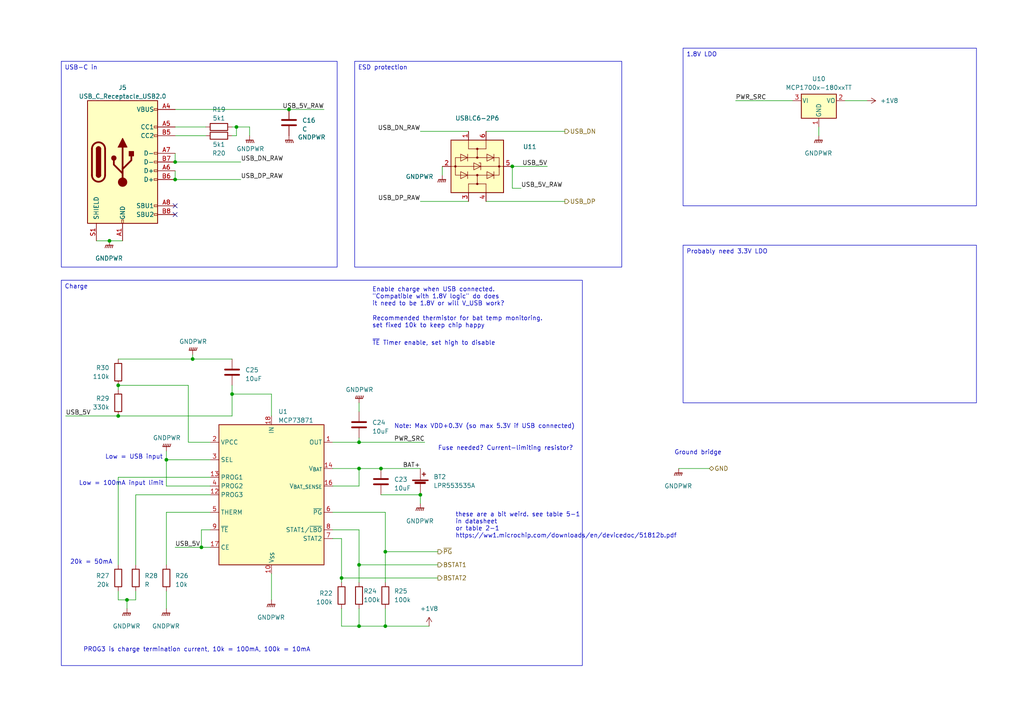
<source format=kicad_sch>
(kicad_sch (version 20230121) (generator eeschema)
  (paper "A4")
  (lib_symbols
    (symbol "Battery_Management:MCP73871"
      (property "Reference" "U" (at -7.62 24.13 0))
      (property "Value" "MCP73871" (at -15.24 21.59 0))
      (symbol "MCP73871_0_1"
        (rectangle (start -15.24 20.32) (end 15.24 -20.32) (stroke (width 0.254)) (fill (type background)))
      )
      (symbol "MCP73871_1_1"
        (pin power_out line (at 17.78 15.24 180) (length 2.54) (name "OUT") (number "1"))
        (pin power_in line (at 0 -22.86 90) (length 2.54) (name "V_{SS}") (number "10"))
        (pin passive line (at 0 -22.86 90) (length 2.54) hide (name "V_{SS}") (number "11"))
        (pin bidirectional line (at -17.78 0 0) (length 2.54) (name "PROG3") (number "12"))
        (pin bidirectional line (at -17.78 5.08 0) (length 2.54) (name "PROG1") (number "13"))
        (pin power_out line (at 17.78 7.62 180) (length 2.54) (name "V_{BAT}") (number "14"))
        (pin passive line (at 17.78 7.62 180) (length 2.54) hide (name "V_{BAT}") (number "15"))
        (pin input line (at 17.78 2.54 180) (length 2.54) (name "V_{BAT_SENSE}") (number "16"))
        (pin input line (at -17.78 -15.24 0) (length 2.54) (name "CE") (number "17"))
        (pin power_in line (at 0 22.86 270) (length 2.54) (name "IN") (number "18"))
        (pin passive line (at 0 22.86 270) (length 2.54) hide (name "IN") (number "19"))
        (pin input line (at -17.78 15.24 0) (length 2.54) (name "VPCC") (number "2"))
        (pin passive line (at 17.78 15.24 180) (length 2.54) hide (name "OUT") (number "20"))
        (pin passive line (at 0 -22.86 90) (length 2.54) hide (name "V_{SS}") (number "21"))
        (pin input line (at -17.78 10.16 0) (length 2.54) (name "SEL") (number "3"))
        (pin input line (at -17.78 2.54 0) (length 2.54) (name "PROG2") (number "4"))
        (pin bidirectional line (at -17.78 -5.08 0) (length 2.54) (name "THERM") (number "5"))
        (pin open_collector line (at 17.78 -5.08 180) (length 2.54) (name "~{PG}") (number "6"))
        (pin open_collector line (at 17.78 -12.7 180) (length 2.54) (name "STAT2") (number "7"))
        (pin open_collector line (at 17.78 -10.16 180) (length 2.54) (name "STAT1/~{LBO}") (number "8"))
        (pin input line (at -17.78 -10.16 0) (length 2.54) (name "~{TE}") (number "9"))
      )
    )
    (symbol "Connector:USB_C_Receptacle_USB2.0" (pin_names (offset 1.016))
      (property "Reference" "J" (at -10.16 19.05 0))
      (property "Value" "USB_C_Receptacle_USB2.0" (at 19.05 19.05 0))
      (symbol "USB_C_Receptacle_USB2.0_0_0"
        (rectangle (start -0.254 -17.78) (end 0.254 -16.764))
        (rectangle (start 10.16 -14.986) (end 9.144 -15.494))
        (rectangle (start 10.16 -12.446) (end 9.144 -12.954))
        (rectangle (start 10.16 -4.826) (end 9.144 -5.334))
        (rectangle (start 10.16 -2.286) (end 9.144 -2.794))
        (rectangle (start 10.16 0.254) (end 9.144 -0.254))
        (rectangle (start 10.16 2.794) (end 9.144 2.286))
        (rectangle (start 10.16 7.874) (end 9.144 7.366))
        (rectangle (start 10.16 10.414) (end 9.144 9.906))
        (rectangle (start 10.16 15.494) (end 9.144 14.986))
      )
      (symbol "USB_C_Receptacle_USB2.0_0_1"
        (rectangle (start -10.16 17.78) (end 10.16 -17.78) (stroke (width 0.254)) (fill (type background)))
        (arc (start -8.89 -3.81) (mid -6.985 -5.7067) (end -5.08 -3.81) (stroke (width 0.508)))
        (arc (start -7.62 -3.81) (mid -6.985 -4.4423) (end -6.35 -3.81) (stroke (width 0.254)))
        (arc (start -7.62 -3.81) (mid -6.985 -4.4423) (end -6.35 -3.81) (stroke (width 0.254)) (fill (type outline)))
        (rectangle (start -7.62 -3.81) (end -6.35 3.81) (stroke (width 0.254)) (fill (type outline)))
        (arc (start -6.35 3.81) (mid -6.985 4.4423) (end -7.62 3.81) (stroke (width 0.254)))
        (arc (start -6.35 3.81) (mid -6.985 4.4423) (end -7.62 3.81) (stroke (width 0.254)) (fill (type outline)))
        (arc (start -5.08 3.81) (mid -6.985 5.7067) (end -8.89 3.81) (stroke (width 0.508)))
        (circle (center -2.54 1.143) (radius 0.635) (stroke (width 0.254)) (fill (type outline)))
        (circle (center 0 -5.842) (radius 1.27) (fill (type outline)))
        (polyline (pts (xy -8.89 -3.81) (xy -8.89 3.81)) (stroke (width 0.508)))
        (polyline (pts (xy -5.08 3.81) (xy -5.08 -3.81)) (stroke (width 0.508)))
        (polyline (pts (xy 0 -5.842) (xy 0 4.318)) (stroke (width 0.508)))
        (polyline (pts (xy 0 -3.302) (xy -2.54 -0.762) (xy -2.54 0.508)) (stroke (width 0.508)))
        (polyline (pts (xy 0 -2.032) (xy 2.54 0.508) (xy 2.54 1.778)) (stroke (width 0.508)))
        (polyline (pts (xy -1.27 4.318) (xy 0 6.858) (xy 1.27 4.318) (xy -1.27 4.318)) (stroke (width 0.254)) (fill (type outline)))
        (rectangle (start 1.905 1.778) (end 3.175 3.048) (stroke (width 0.254)) (fill (type outline)))
      )
      (symbol "USB_C_Receptacle_USB2.0_1_1"
        (pin passive line (at 0 -22.86 90) (length 5.08) (name "GND") (number "A1"))
        (pin passive line (at 0 -22.86 90) (length 5.08) hide (name "GND") (number "A12"))
        (pin passive line (at 15.24 15.24 180) (length 5.08) (name "VBUS") (number "A4"))
        (pin bidirectional line (at 15.24 10.16 180) (length 5.08) (name "CC1") (number "A5"))
        (pin bidirectional line (at 15.24 -2.54 180) (length 5.08) (name "D+") (number "A6"))
        (pin bidirectional line (at 15.24 2.54 180) (length 5.08) (name "D-") (number "A7"))
        (pin bidirectional line (at 15.24 -12.7 180) (length 5.08) (name "SBU1") (number "A8"))
        (pin passive line (at 15.24 15.24 180) (length 5.08) hide (name "VBUS") (number "A9"))
        (pin passive line (at 0 -22.86 90) (length 5.08) hide (name "GND") (number "B1"))
        (pin passive line (at 0 -22.86 90) (length 5.08) hide (name "GND") (number "B12"))
        (pin passive line (at 15.24 15.24 180) (length 5.08) hide (name "VBUS") (number "B4"))
        (pin bidirectional line (at 15.24 7.62 180) (length 5.08) (name "CC2") (number "B5"))
        (pin bidirectional line (at 15.24 -5.08 180) (length 5.08) (name "D+") (number "B6"))
        (pin bidirectional line (at 15.24 0 180) (length 5.08) (name "D-") (number "B7"))
        (pin bidirectional line (at 15.24 -15.24 180) (length 5.08) (name "SBU2") (number "B8"))
        (pin passive line (at 15.24 15.24 180) (length 5.08) hide (name "VBUS") (number "B9"))
        (pin passive line (at -7.62 -22.86 90) (length 5.08) (name "SHIELD") (number "S1"))
      )
    )
    (symbol "Device:Battery_Cell" (pin_numbers hide) (pin_names (offset 0) hide)
      (property "Reference" "BT" (at 2.54 2.54 0))
      (property "Value" "Battery_Cell" (at 2.54 0 0))
      (symbol "Battery_Cell_0_1"
        (rectangle (start -2.286 1.778) (end 2.286 1.524) (fill (type outline)))
        (rectangle (start -1.5748 1.1938) (end 1.4732 0.6858) (fill (type outline)))
        (polyline (pts (xy 0 0.762) (xy 0 0)))
        (polyline (pts (xy 0 1.778) (xy 0 2.54)))
        (polyline (pts (xy 0.508 3.429) (xy 1.524 3.429)) (stroke (width 0.254)))
        (polyline (pts (xy 1.016 3.937) (xy 1.016 2.921)) (stroke (width 0.254)))
      )
      (symbol "Battery_Cell_1_1"
        (pin passive line (at 0 5.08 270) (length 2.54) (name "+") (number "1"))
        (pin passive line (at 0 -2.54 90) (length 2.54) (name "-") (number "2"))
      )
    )
    (symbol "Device:C" (pin_numbers hide) (pin_names (offset 0.254))
      (property "Reference" "C" (at 0.635 2.54 0))
      (property "Value" "C" (at 0.635 -2.54 0))
      (symbol "C_0_1"
        (polyline (pts (xy -2.032 -0.762) (xy 2.032 -0.762)) (stroke (width 0.508)))
        (polyline (pts (xy -2.032 0.762) (xy 2.032 0.762)) (stroke (width 0.508)))
      )
      (symbol "C_1_1"
        (pin passive line (at 0 3.81 270) (length 2.794) (name "~") (number "1"))
        (pin passive line (at 0 -3.81 90) (length 2.794) (name "~") (number "2"))
      )
    )
    (symbol "Device:R" (pin_numbers hide) (pin_names (offset 0))
      (property "Reference" "R" (at 2.032 0 90))
      (property "Value" "R" (at 0 0 90))
      (symbol "R_0_1"
        (rectangle (start -1.016 -2.54) (end 1.016 2.54) (stroke (width 0.254)))
      )
      (symbol "R_1_1"
        (pin passive line (at 0 3.81 270) (length 1.27) (name "~") (number "1"))
        (pin passive line (at 0 -3.81 90) (length 1.27) (name "~") (number "2"))
      )
    )
    (symbol "Power_Protection:USBLC6-2P6" (pin_names hide)
      (property "Reference" "U" (at 2.54 8.89 0))
      (property "Value" "USBLC6-2P6" (at 2.54 -8.89 0))
      (symbol "USBLC6-2P6_0_1"
        (rectangle (start -7.62 -7.62) (end 7.62 7.62) (stroke (width 0.254)) (fill (type background)))
        (circle (center -5.08 0) (radius 0.254) (fill (type outline)))
        (circle (center -2.54 0) (radius 0.254) (fill (type outline)))
        (rectangle (start -2.54 6.35) (end 2.54 -6.35))
        (circle (center 0 -6.35) (radius 0.254) (fill (type outline)))
        (polyline (pts (xy -5.08 -2.54) (xy -7.62 -2.54)))
        (polyline (pts (xy -5.08 0) (xy -5.08 -2.54)))
        (polyline (pts (xy -5.08 2.54) (xy -7.62 2.54)))
        (polyline (pts (xy -1.524 -2.794) (xy -3.556 -2.794)))
        (polyline (pts (xy -1.524 4.826) (xy -3.556 4.826)))
        (polyline (pts (xy 0 -7.62) (xy 0 -6.35)))
        (polyline (pts (xy 0 -6.35) (xy 0 1.27)))
        (polyline (pts (xy 0 1.27) (xy 0 6.35)))
        (polyline (pts (xy 0 6.35) (xy 0 7.62)))
        (polyline (pts (xy 1.524 -2.794) (xy 3.556 -2.794)))
        (polyline (pts (xy 1.524 4.826) (xy 3.556 4.826)))
        (polyline (pts (xy 5.08 -2.54) (xy 7.62 -2.54)))
        (polyline (pts (xy 5.08 0) (xy 5.08 -2.54)))
        (polyline (pts (xy 5.08 2.54) (xy 7.62 2.54)))
        (polyline (pts (xy -2.54 0) (xy -5.08 0) (xy -5.08 2.54)))
        (polyline (pts (xy 2.54 0) (xy 5.08 0) (xy 5.08 2.54)))
        (polyline (pts (xy -3.556 -4.826) (xy -1.524 -4.826) (xy -2.54 -2.794) (xy -3.556 -4.826)))
        (polyline (pts (xy -3.556 2.794) (xy -1.524 2.794) (xy -2.54 4.826) (xy -3.556 2.794)))
        (polyline (pts (xy -1.016 -1.016) (xy 1.016 -1.016) (xy 0 1.016) (xy -1.016 -1.016)))
        (polyline (pts (xy 1.016 1.016) (xy 0.762 1.016) (xy -1.016 1.016) (xy -1.016 0.508)))
        (polyline (pts (xy 3.556 -4.826) (xy 1.524 -4.826) (xy 2.54 -2.794) (xy 3.556 -4.826)))
        (polyline (pts (xy 3.556 2.794) (xy 1.524 2.794) (xy 2.54 4.826) (xy 3.556 2.794)))
        (circle (center 0 6.35) (radius 0.254) (fill (type outline)))
        (circle (center 2.54 0) (radius 0.254) (fill (type outline)))
        (circle (center 5.08 0) (radius 0.254) (fill (type outline)))
      )
      (symbol "USBLC6-2P6_1_1"
        (pin passive line (at -10.16 -2.54 0) (length 2.54) (name "I/O1") (number "1"))
        (pin passive line (at 0 -10.16 90) (length 2.54) (name "GND") (number "2"))
        (pin passive line (at 10.16 -2.54 180) (length 2.54) (name "I/O2") (number "3"))
        (pin passive line (at 10.16 2.54 180) (length 2.54) (name "I/O2") (number "4"))
        (pin passive line (at 0 10.16 270) (length 2.54) (name "VBUS") (number "5"))
        (pin passive line (at -10.16 2.54 0) (length 2.54) (name "I/O1") (number "6"))
      )
    )
    (symbol "Regulator_Linear:MCP1700x-180xxTT" (pin_names (offset 0.254))
      (property "Reference" "U" (at -3.81 3.175 0))
      (property "Value" "MCP1700x-180xxTT" (at 0 3.175 0))
      (symbol "MCP1700x-180xxTT_0_1"
        (rectangle (start -5.08 1.905) (end 5.08 -5.08) (stroke (width 0.254)) (fill (type background)))
      )
      (symbol "MCP1700x-180xxTT_1_1"
        (pin power_in line (at 0 -7.62 90) (length 2.54) (name "GND") (number "1"))
        (pin power_out line (at 7.62 0 180) (length 2.54) (name "VO") (number "2"))
        (pin power_in line (at -7.62 0 0) (length 2.54) (name "VI") (number "3"))
      )
    )
    (symbol "power:+1V8" (power) (pin_names (offset 0))
      (property "Value" "+1V8" (at 0 3.556 0))
      (symbol "+1V8_0_1"
        (polyline (pts (xy -0.762 1.27) (xy 0 2.54)))
        (polyline (pts (xy 0 0) (xy 0 2.54)))
        (polyline (pts (xy 0 2.54) (xy 0.762 1.27)))
      )
      (symbol "+1V8_1_1"
        (pin power_in line (at 0 0 90) (length 0) hide (name "+1V8") (number "1"))
      )
    )
    (symbol "power:GNDPWR" (power) (pin_names (offset 0))
      (property "Value" "GNDPWR" (at 0 -3.302 0))
      (symbol "GNDPWR_0_1"
        (polyline (pts (xy 0 -1.27) (xy 0 0)))
        (polyline (pts (xy -1.016 -1.27) (xy -1.27 -2.032) (xy -1.27 -2.032)) (stroke (width 0.2032)))
        (polyline (pts (xy -0.508 -1.27) (xy -0.762 -2.032) (xy -0.762 -2.032)) (stroke (width 0.2032)))
        (polyline (pts (xy 0 -1.27) (xy -0.254 -2.032) (xy -0.254 -2.032)) (stroke (width 0.2032)))
        (polyline (pts (xy 0.508 -1.27) (xy 0.254 -2.032) (xy 0.254 -2.032)) (stroke (width 0.2032)))
        (polyline (pts (xy 1.016 -1.27) (xy -1.016 -1.27) (xy -1.016 -1.27)) (stroke (width 0.2032)))
        (polyline (pts (xy 1.016 -1.27) (xy 0.762 -2.032) (xy 0.762 -2.032) (xy 0.762 -2.032)) (stroke (width 0.2032)))
      )
      (symbol "GNDPWR_1_1"
        (pin power_in line (at 0 0 270) (length 0) hide (name "GNDPWR") (number "1"))
      )
    )
  )
  (junction (at 148.59 48.26))
  (junction (at 121.92 143.51))
  (junction (at 111.76 160.02))
  (junction (at 58.42 158.75))
  (junction (at 104.14 163.83))
  (junction (at 34.29 111.76))
  (junction (at 104.14 135.89))
  (junction (at 48.26 133.35))
  (junction (at 104.14 128.27))
  (junction (at 31.75 69.85))
  (junction (at 68.58 36.83))
  (junction (at 34.29 120.65))
  (junction (at 67.31 114.3))
  (junction (at 55.88 104.14))
  (junction (at 110.49 135.89))
  (junction (at 36.83 173.99))
  (junction (at 104.14 181.61))
  (junction (at 99.06 167.64))
  (junction (at 50.8 46.99))
  (junction (at 83.82 31.75))
  (junction (at 50.8 52.07))
  (junction (at 111.76 181.61))
  (no_connect (at 50.8 62.23))
  (no_connect (at 50.8 59.69))
  (wire (pts (xy 237.49 39.37) (xy 237.49 36.83)))
  (wire (pts (xy 54.61 111.76) (xy 54.61 128.27)))
  (wire (pts (xy 96.52 135.89) (xy 104.14 135.89)))
  (wire (pts (xy 39.37 173.99) (xy 39.37 171.45)))
  (wire (pts (xy 99.06 181.61) (xy 104.14 181.61)))
  (wire (pts (xy 48.26 148.59) (xy 48.26 163.83)))
  (wire (pts (xy 50.8 31.75) (xy 83.82 31.75)))
  (wire (pts (xy 121.92 58.42) (xy 135.89 58.42)))
  (wire (pts (xy 96.52 128.27) (xy 104.14 128.27)))
  (wire (pts (xy 48.26 130.81) (xy 48.26 133.35)))
  (wire (pts (xy 104.14 153.67) (xy 104.14 163.83)))
  (wire (pts (xy 67.31 104.14) (xy 55.88 104.14)))
  (wire (pts (xy 213.36 29.21) (xy 229.87 29.21)))
  (wire (pts (xy 104.14 163.83) (xy 127 163.83)))
  (wire (pts (xy 48.26 133.35) (xy 60.96 133.35)))
  (wire (pts (xy 128.27 48.26) (xy 128.27 50.8)))
  (wire (pts (xy 99.06 167.64) (xy 127 167.64)))
  (wire (pts (xy 27.94 69.85) (xy 31.75 69.85)))
  (wire (pts (xy 60.96 138.43) (xy 34.29 138.43)))
  (wire (pts (xy 50.8 46.99) (xy 69.85 46.99)))
  (wire (pts (xy 34.29 104.14) (xy 55.88 104.14)))
  (wire (pts (xy 121.92 38.1) (xy 135.89 38.1)))
  (wire (pts (xy 36.83 173.99) (xy 39.37 173.99)))
  (wire (pts (xy 39.37 143.51) (xy 39.37 163.83)))
  (wire (pts (xy 111.76 160.02) (xy 127 160.02)))
  (wire (pts (xy 48.26 140.97) (xy 60.96 140.97)))
  (wire (pts (xy 83.82 31.75) (xy 93.98 31.75)))
  (wire (pts (xy 140.97 58.42) (xy 163.83 58.42)))
  (wire (pts (xy 34.29 173.99) (xy 36.83 173.99)))
  (wire (pts (xy 104.14 135.89) (xy 104.14 140.97)))
  (wire (pts (xy 67.31 120.65) (xy 67.31 114.3)))
  (wire (pts (xy 55.88 102.87) (xy 55.88 104.14)))
  (wire (pts (xy 68.58 39.37) (xy 67.31 39.37)))
  (wire (pts (xy 50.8 36.83) (xy 59.69 36.83)))
  (wire (pts (xy 99.06 167.64) (xy 99.06 168.91)))
  (wire (pts (xy 50.8 158.75) (xy 58.42 158.75)))
  (wire (pts (xy 67.31 114.3) (xy 78.74 114.3)))
  (wire (pts (xy 140.97 38.1) (xy 163.83 38.1)))
  (wire (pts (xy 121.92 135.89) (xy 110.49 135.89)))
  (wire (pts (xy 34.29 120.65) (xy 67.31 120.65)))
  (wire (pts (xy 110.49 143.51) (xy 121.92 143.51)))
  (wire (pts (xy 50.8 52.07) (xy 69.85 52.07)))
  (wire (pts (xy 104.14 163.83) (xy 104.14 168.91)))
  (wire (pts (xy 48.26 148.59) (xy 60.96 148.59)))
  (wire (pts (xy 58.42 158.75) (xy 58.42 153.67)))
  (wire (pts (xy 60.96 143.51) (xy 39.37 143.51)))
  (wire (pts (xy 121.92 143.51) (xy 121.92 146.05)))
  (wire (pts (xy 19.05 120.65) (xy 34.29 120.65)))
  (wire (pts (xy 50.8 44.45) (xy 50.8 46.99)))
  (wire (pts (xy 104.14 128.27) (xy 123.19 128.27)))
  (wire (pts (xy 104.14 127) (xy 104.14 128.27)))
  (wire (pts (xy 111.76 176.53) (xy 111.76 181.61)))
  (wire (pts (xy 104.14 181.61) (xy 111.76 181.61)))
  (wire (pts (xy 58.42 153.67) (xy 60.96 153.67)))
  (wire (pts (xy 96.52 156.21) (xy 99.06 156.21)))
  (wire (pts (xy 104.14 140.97) (xy 96.52 140.97)))
  (wire (pts (xy 48.26 171.45) (xy 48.26 176.53)))
  (wire (pts (xy 196.85 135.89) (xy 205.74 135.89)))
  (wire (pts (xy 96.52 148.59) (xy 111.76 148.59)))
  (wire (pts (xy 34.29 138.43) (xy 34.29 163.83)))
  (wire (pts (xy 50.8 39.37) (xy 59.69 39.37)))
  (wire (pts (xy 67.31 111.76) (xy 67.31 114.3)))
  (wire (pts (xy 78.74 114.3) (xy 78.74 120.65)))
  (wire (pts (xy 111.76 181.61) (xy 124.46 181.61)))
  (wire (pts (xy 96.52 153.67) (xy 104.14 153.67)))
  (wire (pts (xy 99.06 156.21) (xy 99.06 167.64)))
  (wire (pts (xy 34.29 111.76) (xy 54.61 111.76)))
  (wire (pts (xy 34.29 173.99) (xy 34.29 171.45)))
  (wire (pts (xy 104.14 116.84) (xy 104.14 119.38)))
  (wire (pts (xy 245.11 29.21) (xy 251.46 29.21)))
  (wire (pts (xy 54.61 128.27) (xy 60.96 128.27)))
  (wire (pts (xy 48.26 133.35) (xy 48.26 140.97)))
  (wire (pts (xy 99.06 176.53) (xy 99.06 181.61)))
  (wire (pts (xy 78.74 166.37) (xy 78.74 173.99)))
  (wire (pts (xy 148.59 54.61) (xy 148.59 48.26)))
  (wire (pts (xy 68.58 36.83) (xy 67.31 36.83)))
  (wire (pts (xy 111.76 148.59) (xy 111.76 160.02)))
  (wire (pts (xy 111.76 160.02) (xy 111.76 168.91)))
  (wire (pts (xy 151.13 54.61) (xy 148.59 54.61)))
  (wire (pts (xy 31.75 69.85) (xy 35.56 69.85)))
  (wire (pts (xy 110.49 135.89) (xy 104.14 135.89)))
  (wire (pts (xy 72.39 36.83) (xy 68.58 36.83)))
  (wire (pts (xy 34.29 113.03) (xy 34.29 111.76)))
  (wire (pts (xy 68.58 36.83) (xy 68.58 39.37)))
  (wire (pts (xy 58.42 158.75) (xy 60.96 158.75)))
  (wire (pts (xy 72.39 36.83) (xy 72.39 39.37)))
  (wire (pts (xy 148.59 48.26) (xy 158.75 48.26)))
  (wire (pts (xy 104.14 176.53) (xy 104.14 181.61)))
  (wire (pts (xy 50.8 49.53) (xy 50.8 52.07)))
  (wire (pts (xy 36.83 173.99) (xy 36.83 176.53)))
  (text_box "USB-C in" (at 17.78 17.78 0) (size 80.01 59.69) (effects (font (size 1.27 1.27)) (justify left top)))
  (text_box "Charge\n" (at 17.78 81.28 0) (size 151.13 111.76) (effects (font (size 1.27 1.27)) (justify left top)))
  (text_box "1.8V LDO" (at 198.12 13.97 0) (size 85.09 45.72) (effects (font (size 1.27 1.27)) (justify left top)))
  (text_box "Probably need 3.3V LDO" (at 198.12 71.12 0) (size 85.09 45.72) (effects (font (size 1.27 1.27)) (justify left top)))
  (text_box "ESD protection" (at 102.87 17.78 0) (size 77.47 59.69) (effects (font (size 1.27 1.27)) (justify left top)))
  (text "Ground bridge" (at 195.58 132.08 0) (effects (font (size 1.27 1.27)) (justify left bottom)))
  (text "Fuse needed? Current-limiting resistor?" (at 127 130.81 0) (effects (font (size 1.27 1.27)) (justify left bottom)))
  (text "Recommended thermistor for bat temp monitoring.\nset fixed 10k to keep chip happy" (at 107.95 95.25 0) (effects (font (size 1.27 1.27)) (justify left bottom)))
  (text "~{TE} Timer enable, set high to disable" (at 107.95 100.33 0) (effects (font (size 1.27 1.27)) (justify left bottom)))
  (text "Enable charge when USB connected.\n\"Compatible with 1.8V logic\" do does\nit need to be 1.8V or will V_USB work?" (at 107.95 88.9 0) (effects (font (size 1.27 1.27)) (justify left bottom)))
  (text "Note: Max VDD+0.3V (so max 5.3V if USB connected)" (at 114.3 124.46 0) (effects (font (size 1.27 1.27)) (justify left bottom)))
  (text "20k = 50mA" (at 20.32 163.83 0) (effects (font (size 1.27 1.27)) (justify left bottom)))
  (text "PROG3 is charge termination current, 10k = 100mA, 100k = 10mA" (at 24.13 189.23 0) (effects (font (size 1.27 1.27)) (justify left bottom)))
  (text "Low = 100mA input limit" (at 22.86 140.97 0) (effects (font (size 1.27 1.27)) (justify left bottom)))
  (text "Low = USB input" (at 30.48 133.35 0) (effects (font (size 1.27 1.27)) (justify left bottom)))
  (text "these are a bit weird. see table 5-1\nin datasheet\nor table 2-1 \nhttps://ww1.microchip.com/downloads/en/devicedoc/51812b.pdf" (at 132.08 156.21 0) (effects (font (size 1.27 1.27)) (justify left bottom)))
  (label "USB_DP_RAW" (at 69.85 52.07 0))
  (label "USB_5V" (at 158.75 48.26 180))
  (label "PWR_SRC" (at 213.36 29.21 0))
  (label "PWR_SRC" (at 123.19 128.27 180))
  (label "USB_DN_RAW" (at 69.85 46.99 0))
  (label "USB_5V_RAW" (at 93.98 31.75 180))
  (label "USB_DP_RAW" (at 121.92 58.42 180))
  (label "USB_DN_RAW" (at 121.92 38.1 180))
  (label "USB_5V_RAW" (at 151.13 54.61 0))
  (label "BAT+" (at 121.92 135.89 180))
  (label "USB_5V" (at 50.8 158.75 0))
  (label "USB_5V" (at 19.05 120.65 0))
  (hierarchical_label "USB_DP" (shape output) (at 163.83 58.42 0))
  (hierarchical_label "GND" (shape bidirectional) (at 205.74 135.89 0))
  (hierarchical_label "~{PG}" (shape output) (at 127 160.02 0))
  (hierarchical_label "USB_DN" (shape output) (at 163.83 38.1 0))
  (hierarchical_label "BSTAT2" (shape output) (at 127 167.64 0))
  (hierarchical_label "BSTAT1" (shape output) (at 127 163.83 0))
  (symbol (lib_id "Device:R") (at 39.37 167.64 0) (mirror y) (unit 1)
    (property "Reference" "R28" (at 41.91 167.005 0) (effects (justify right)))
    (property "Value" "R" (at 41.91 169.545 0) (effects (justify right)))
    (property "Footprint" "Capacitor_SMD:C_0402_1005Metric" (effects hide))
  )
  (symbol (lib_id "power:GNDPWR") (at 121.92 146.05 0) (unit 1)
    (property "Reference" "#PWR019" (effects hide))
    (property "Value" "GNDPWR" (at 121.793 151.13 0))
  )
  (symbol (lib_id "power:GNDPWR") (at 48.26 176.53 0) (unit 1)
    (property "Reference" "#PWR023" (effects hide))
    (property "Value" "GNDPWR" (at 48.133 181.61 0))
  )
  (symbol (lib_id "power:GNDPWR") (at 36.83 176.53 0) (unit 1)
    (property "Reference" "#PWR024" (effects hide))
    (property "Value" "GNDPWR" (at 36.703 181.61 0))
  )
  (symbol (lib_id "power:GNDPWR") (at 72.39 39.37 0) (mirror y) (unit 1)
    (property "Reference" "#PWR012" (effects hide))
    (property "Value" "GNDPWR" (at 68.58 43.18 0) (effects (justify right)))
  )
  (symbol (lib_id "Battery_Management:MCP73871") (at 78.74 143.51 0) (unit 1)
    (property "Reference" "U1" (at 80.6959 119.38 0) (effects (justify left)))
    (property "Value" "MCP73871" (at 80.6959 121.92 0) (effects (justify left)))
    (property "Footprint" "Package_DFN_QFN:QFN-20-1EP_4x4mm_P0.5mm_EP2.5x2.5mm" (effects hide))
    (property "Datasheet" "http://www.mouser.com/ds/2/268/22090a-52174.pdf" (effects hide))
  )
  (symbol (lib_id "power:+1V8") (at 251.46 29.21 270) (unit 1)
    (property "Reference" "#PWR01" (effects hide))
    (property "Value" "+1V8" (at 255.27 29.21 90) (effects (justify left)))
  )
  (symbol (lib_id "Device:R") (at 63.5 36.83 90) (unit 1)
    (property "Reference" "R19" (at 63.5 31.75 90))
    (property "Value" "5k1" (at 63.5 34.29 90))
    (property "Footprint" "Resistor_SMD:R_0402_1005Metric" (effects hide))
  )
  (symbol (lib_id "Device:R") (at 99.06 172.72 0) (unit 1)
    (property "Reference" "R22" (at 96.52 172.085 0) (effects (justify right)))
    (property "Value" "100k" (at 96.52 174.625 0) (effects (justify right)))
    (property "Footprint" "Capacitor_SMD:C_0402_1005Metric" (effects hide))
  )
  (symbol (lib_id "power:GNDPWR") (at 83.82 39.37 0) (mirror y) (unit 1)
    (property "Reference" "#PWR016" (effects hide))
    (property "Value" "GNDPWR" (at 86.36 39.8018 0) (effects (justify right)))
  )
  (symbol (lib_id "Device:C") (at 104.14 123.19 0) (unit 1)
    (property "Reference" "C24" (at 107.95 122.555 0) (effects (justify left)))
    (property "Value" "10uF" (at 107.95 125.095 0) (effects (justify left)))
    (property "Footprint" "Capacitor_SMD:C_0402_1005Metric" (effects hide))
  )
  (symbol (lib_id "Device:R") (at 34.29 107.95 0) (mirror x) (unit 1)
    (property "Reference" "R30" (at 31.75 106.68 0) (effects (justify right)))
    (property "Value" "110k" (at 31.75 109.22 0) (effects (justify right)))
    (property "Footprint" "Capacitor_SMD:C_0402_1005Metric" (effects hide))
  )
  (symbol (lib_id "power:GNDPWR") (at 31.75 69.85 0) (unit 1)
    (property "Reference" "#PWR011" (effects hide))
    (property "Value" "GNDPWR" (at 31.623 74.93 0))
  )
  (symbol (lib_id "power:GNDPWR") (at 128.27 50.8 0) (unit 1)
    (property "Reference" "#PWR015" (effects hide))
    (property "Value" "GNDPWR" (at 125.73 51.2318 0) (effects (justify right)))
  )
  (symbol (lib_id "Power_Protection:USBLC6-2P6") (at 138.43 48.26 270) (unit 1)
    (property "Reference" "U11" (at 153.67 42.5703 90))
    (property "Value" "USBLC6-2P6" (at 138.43 34.29 90))
    (property "Footprint" "Package_TO_SOT_SMD:SOT-666" (effects hide))
    (property "Datasheet" "https://www.st.com/resource/en/datasheet/usblc6-2.pdf" (effects hide))
  )
  (symbol (lib_id "Device:C") (at 83.82 35.56 0) (unit 1)
    (property "Reference" "C16" (at 87.63 34.925 0) (effects (justify left)))
    (property "Value" "C" (at 87.63 37.465 0) (effects (justify left)))
    (property "Footprint" "Capacitor_SMD:C_0603_1608Metric" (effects hide))
  )
  (symbol (lib_id "Device:R") (at 104.14 172.72 0) (unit 1)
    (property "Reference" "R24" (at 105.41 171.45 0) (effects (justify left)))
    (property "Value" "100k" (at 105.41 173.99 0) (effects (justify left)))
    (property "Footprint" "Capacitor_SMD:C_0402_1005Metric" (effects hide))
  )
  (symbol (lib_id "power:GNDPWR") (at 196.85 135.89 0) (unit 1)
    (property "Reference" "#PWR026" (effects hide))
    (property "Value" "GNDPWR" (at 196.723 140.97 0))
  )
  (symbol (lib_id "power:GNDPWR") (at 55.88 102.87 180) (unit 1)
    (property "Reference" "#PWR021" (effects hide))
    (property "Value" "GNDPWR" (at 56.007 99.06 0))
  )
  (symbol (lib_id "Device:C") (at 110.49 139.7 0) (unit 1)
    (property "Reference" "C23" (at 114.3 139.065 0) (effects (justify left)))
    (property "Value" "10uF" (at 114.3 141.605 0) (effects (justify left)))
    (property "Footprint" "Capacitor_SMD:C_0402_1005Metric" (effects hide))
  )
  (symbol (lib_id "Connector:USB_C_Receptacle_USB2.0") (at 35.56 46.99 0) (unit 1)
    (property "Reference" "J5" (at 35.56 25.4 0))
    (property "Value" "USB_C_Receptacle_USB2.0" (at 35.56 27.94 0))
    (property "Footprint" "Connector_USB:USB_C_Receptacle_GCT_USB4105-xx-A_16P_TopMnt_Horizontal" (effects hide))
    (property "Datasheet" "https://www.usb.org/sites/default/files/documents/usb_type-c.zip" (effects hide))
  )
  (symbol (lib_id "power:+1V8") (at 124.46 181.61 0) (unit 1)
    (property "Reference" "#PWR02" (effects hide))
    (property "Value" "+1V8" (at 124.46 176.53 0))
  )
  (symbol (lib_id "Device:Battery_Cell") (at 121.92 140.97 0) (unit 1)
    (property "Reference" "BT2" (at 125.73 138.303 0) (effects (justify left)))
    (property "Value" "LPR553535A" (at 125.73 140.843 0) (effects (justify left)))
    (property "Footprint" "Connector_JST:JST_SH_SM02B-SRSS-TB_1x02-1MP_P1.00mm_Horizontal" (effects hide))
  )
  (symbol (lib_id "Device:R") (at 34.29 167.64 0) (unit 1)
    (property "Reference" "R27" (at 31.75 167.005 0) (effects (justify right)))
    (property "Value" "20k" (at 31.75 169.545 0) (effects (justify right)))
    (property "Footprint" "Capacitor_SMD:C_0402_1005Metric" (effects hide))
  )
  (symbol (lib_id "power:GNDPWR") (at 104.14 116.84 180) (unit 1)
    (property "Reference" "#PWR020" (effects hide))
    (property "Value" "GNDPWR" (at 104.267 113.03 0))
  )
  (symbol (lib_id "power:GNDPWR") (at 78.74 173.99 0) (unit 1)
    (property "Reference" "#PWR010" (effects hide))
    (property "Value" "GNDPWR" (at 78.613 179.07 0))
  )
  (symbol (lib_id "Device:R") (at 48.26 167.64 180) (unit 1)
    (property "Reference" "R26" (at 50.8 167.005 0) (effects (justify right)))
    (property "Value" "10k" (at 50.8 169.545 0) (effects (justify right)))
    (property "Footprint" "Capacitor_SMD:C_0402_1005Metric" (effects hide))
  )
  (symbol (lib_id "power:GNDPWR") (at 237.49 39.37 0) (unit 1)
    (property "Reference" "#PWR014" (effects hide))
    (property "Value" "GNDPWR" (at 237.363 44.45 0))
  )
  (symbol (lib_id "Regulator_Linear:MCP1700x-180xxTT") (at 237.49 29.21 0) (unit 1)
    (property "Reference" "U10" (at 237.49 22.86 0))
    (property "Value" "MCP1700x-180xxTT" (at 237.49 25.4 0))
    (property "Footprint" "Package_TO_SOT_SMD:SOT-23" (effects hide))
    (property "Datasheet" "http://ww1.microchip.com/downloads/en/DeviceDoc/20001826D.pdf" (effects hide))
  )
  (symbol (lib_id "Device:R") (at 111.76 172.72 0) (unit 1)
    (property "Reference" "R25" (at 114.3 171.45 0) (effects (justify left)))
    (property "Value" "100k" (at 114.3 173.99 0) (effects (justify left)))
    (property "Footprint" "Capacitor_SMD:C_0402_1005Metric" (effects hide))
  )
  (symbol (lib_id "Device:C") (at 67.31 107.95 0) (unit 1)
    (property "Reference" "C25" (at 71.12 107.315 0) (effects (justify left)))
    (property "Value" "10uF" (at 71.12 109.855 0) (effects (justify left)))
    (property "Footprint" "Capacitor_SMD:C_0402_1005Metric" (effects hide))
  )
  (symbol (lib_id "Device:R") (at 63.5 39.37 90) (mirror x) (unit 1)
    (property "Reference" "R20" (at 63.5 44.45 90))
    (property "Value" "5k1" (at 63.5 41.91 90))
    (property "Footprint" "Resistor_SMD:R_0402_1005Metric" (effects hide))
  )
  (symbol (lib_id "power:GNDPWR") (at 48.26 130.81 180) (unit 1)
    (property "Reference" "#PWR022" (effects hide))
    (property "Value" "GNDPWR" (at 48.387 127 0))
  )
  (symbol (lib_id "Device:R") (at 34.29 116.84 0) (mirror x) (unit 1)
    (property "Reference" "R29" (at 31.75 115.57 0) (effects (justify right)))
    (property "Value" "330k" (at 31.75 118.11 0) (effects (justify right)))
    (property "Footprint" "Capacitor_SMD:C_0402_1005Metric" (effects hide))
  )
)
</source>
